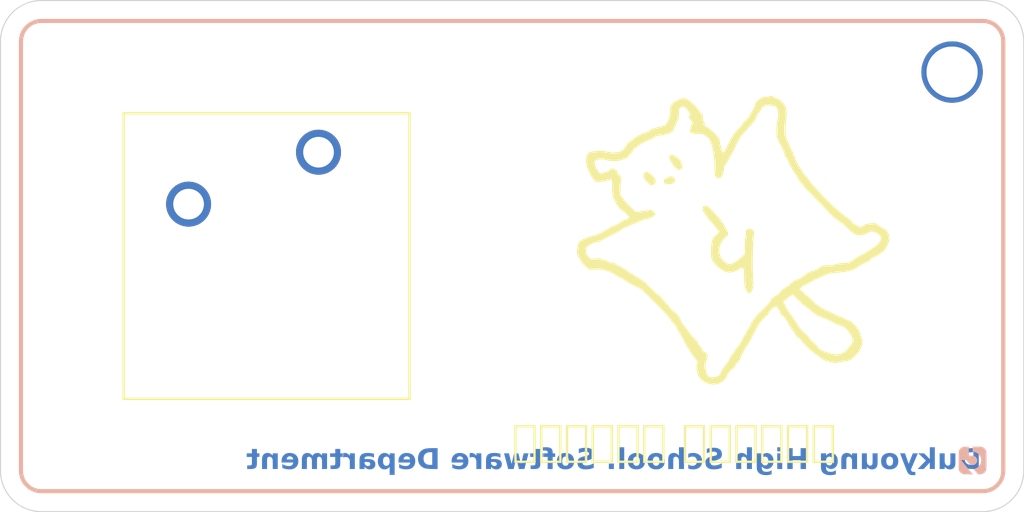
<source format=kicad_pcb>
(kicad_pcb (version 20240108) (generator "pcbnew") (generator_version "8.0")
  (layers (0 "F.Cu" signal) (31 "B.Cu" signal) (34 "B.Paste" user) (35 "F.Paste" user) (36 "B.SilkS" user "B.Silkscreen") (37 "F.SilkS" user "F.Silkscreen") (38 "B.Mask" user) (39 "F.Mask" user) (44 "Edge.Cuts" user))
  (net 0 "")
  (footprint "LOGO" (layer "F.Cu") (at 167 104)
    (property "Reference" "G***" (hide yes))
    (property "Value" "LOGO" (hide yes))
    (fp_poly (pts (xy -3.307379 -3.573539) (xy -3.227784 -3.516629) (xy -3.08281 -3.385126) (xy -3.000736 -3.2676) (xy -2.979905 -3.159383) (xy -3.018659 -3.055808) (xy -3.04979 -3.01541) (xy -3.134199 -2.963232) (xy -3.234058 -2.970146) (xy -3.336032 -3.034527) (xy -3.353974 -3.052509) (xy -3.473693 -3.184879) (xy -3.549607 -3.284397) (xy -3.587058 -3.364035) (xy -3.59139 -3.436764) (xy -3.567944 -3.515558) (xy -3.555983 -3.542996) (xy -3.499354 -3.61192) (xy -3.417306 -3.622167)) (fill solid) (layer "F.SilkS"))
    (fp_poly (pts (xy -2.161246 -3.398751) (xy -2.149659 -3.393063) (xy -2.075636 -3.324789) (xy -2.04024 -3.233717) (xy -2.045945 -3.141935) (xy -2.095225 -3.071532) (xy -2.112464 -3.06095) (xy -2.212649 -3.028569) (xy -2.335998 -3.012833) (xy -2.450916 -3.016054) (xy -2.511442 -3.031759) (xy -2.573044 -3.090112) (xy -2.587037 -3.165194) (xy -2.579446 -3.223906) (xy -2.546993 -3.268231) (xy -2.475156 -3.312536) (xy -2.403539 -3.346721) (xy -2.290908 -3.393528) (xy -2.216637 -3.409687)) (fill solid) (layer "F.SilkS"))
    (fp_poly (pts (xy -2.100486 -4.433244) (xy -2.07359 -4.422032) (xy -1.988188 -4.370594) (xy -1.893158 -4.291959) (xy -1.805222 -4.202883) (xy -1.741105 -4.120123) (xy -1.71762 -4.065344) (xy -1.709619 -3.999812) (xy -1.69549 -3.904784) (xy -1.693036 -3.889497) (xy -1.684791 -3.804725) (xy -1.704071 -3.759976) (xy -1.761789 -3.730164) (xy -1.762464 -3.729907) (xy -1.826252 -3.705856) (xy -1.866329 -3.70153) (xy -1.909878 -3.722052) (xy -1.982342 -3.771363) (xy -2.061686 -3.847201) (xy -2.151295 -3.967623) (xy -2.224199 -4.089569) (xy -2.289858 -4.216908) (xy -2.324159 -4.302054) (xy -2.331562 -4.359665) (xy -2.318775 -4.400349) (xy -2.272619 -4.453643) (xy -2.204752 -4.464175)) (fill solid) (layer "F.SilkS"))
    (fp_poly (pts (xy -0.437633 -1.937627) (xy -0.334067 -1.84736) (xy -0.251895 -1.760785) (xy -0.145731 -1.645986) (xy -0.042488 -1.53754) (xy 0.03945 -1.454677) (xy 0.055843 -1.438894) (xy 0.134064 -1.350787) (xy 0.194037 -1.258975) (xy 0.20271 -1.240411) (xy 0.238392 -1.172316) (xy 0.268875 -1.142391) (xy 0.269854 -1.142328) (xy 0.298486 -1.114832) (xy 0.343541 -1.044224) (xy 0.376454 -0.982738) (xy 0.435755 -0.870313) (xy 0.494676 -0.767463) (xy 0.517555 -0.730999) (xy 0.557066 -0.631829) (xy 0.552554 -0.53751) (xy 0.507041 -0.469522) (xy 0.478692 -0.454735) (xy 0.420941 -0.412244) (xy 0.345199 -0.326291) (xy 0.263916 -0.213323) (xy 0.189538 -0.089785) (xy 0.162626 -0.03719) (xy 0.128525 0.082167) (xy 0.121502 0.225242) (xy 0.138088 0.374567) (xy 0.174814 0.512675) (xy 0.228209 0.622099) (xy 0.294805 0.685372) (xy 0.30712 0.690261) (xy 0.36724 0.730687) (xy 0.415057 0.786763) (xy 0.48877 0.851963) (xy 0.590913 0.889514) (xy 0.694518 0.893588) (xy 0.767724 0.862953) (xy 0.836003 0.814299) (xy 0.926212 0.762277) (xy 0.93196 0.759338) (xy 1.012369 0.70722) (xy 1.115987 0.624969) (xy 1.213855 0.536519) (xy 1.386937 0.368815) (xy 1.369435 0.08828) (xy 1.365958 -0.115184) (xy 1.380818 -0.289548) (xy 1.394254 -0.356511) (xy 1.416294 -0.477725) (xy 1.422589 -0.592159) (xy 1.419493 -0.629676) (xy 1.423798 -0.743816) (xy 1.478933 -0.814105) (xy 1.58431 -0.839833) (xy 1.593678 -0.839947) (xy 1.714038 -0.814604) (xy 1.798931 -0.747077) (xy 1.836075 -0.65012) (xy 1.832396 -0.592086) (xy 1.815536 -0.50452) (xy 1.802129 -0.415472) (xy 1.791524 -0.314647) (xy 1.78307 -0.19175) (xy 1.776116 -0.036488) (xy 1.77001 0.161435) (xy 1.764102 0.412312) (xy 1.761753 0.524609) (xy 1.758449 0.750739) (xy 1.757905 0.957996) (xy 1.75995 1.135702) (xy 1.764413 1.27318) (xy 1.771122 1.359753) (xy 1.775469 1.381181) (xy 1.786489 1.487928) (xy 1.771693 1.556862) (xy 1.75726 1.688692) (xy 1.775248 1.775782) (xy 1.793055 1.864618) (xy 1.787888 1.957788) (xy 1.757864 2.082316) (xy 1.752626 2.100228) (xy 1.715133 2.213811) (xy 1.680789 2.277011) (xy 1.639053 2.305229) (xy 1.608019 2.311553) (xy 1.531192 2.303632) (xy 1.49021 2.277955) (xy 1.415237 2.148749) (xy 1.366863 1.990698) (xy 1.342115 1.79076) (xy 1.337265 1.607392) (xy 1.335951 1.450476) (xy 1.331797 1.309432) (xy 1.325527 1.203839) (xy 1.320885 1.164709) (xy 1.300554 1.098509) (xy 1.25884 1.08331) (xy 1.214635 1.091732) (xy 1.126825 1.126044) (xy 1.073464 1.16086) (xy 0.981344 1.216979) (xy 0.84938 1.266061) (xy 0.704907 1.299651) (xy 0.592138 1.309706) (xy 0.455183 1.28253) (xy 0.297727 1.209444) (xy 0.134916 1.101497) (xy -0.018104 0.96974) (xy -0.146186 0.825222) (xy -0.212913 0.722354) (xy -0.244697 0.655962) (xy -0.265192 0.587046) (xy -0.276379 0.49968) (xy -0.280237 0.377937) (xy -0.278748 0.20589) (xy -0.278549 0.194526) (xy -0.268542 -0.031687) (xy -0.244616 -0.204795) (xy -0.202113 -0.33825) (xy -0.136378 -0.445502) (xy -0.042753 -0.54) (xy -0.016881 -0.561268) (xy 0.066295 -0.635779) (xy 0.094289 -0.693182) (xy 0.069365 -0.751229) (xy 0.014628 -0.808388) (xy -0.061996 -0.897443) (xy -0.119891 -0.990634) (xy -0.183456 -1.080171) (xy -0.260512 -1.144641) (xy -0.343683 -1.214223) (xy -0.403175 -1.295831) (xy -0.453596 -1.381357) (xy -0.524766 -1.487399) (xy -0.562773 -1.539688) (xy -0.654351 -1.678406) (xy -0.694171 -1.785822) (xy -0.684369 -1.870765) (xy -0.653934 -1.916433) (xy -0.588696 -1.96873) (xy -0.519553 -1.976939)) (fill solid) (layer "F.SilkS"))
    (fp_poly (pts (xy 2.732081 -7.315355) (xy 2.807249 -7.275269) (xy 2.913607 -7.227996) (xy 2.966148 -7.207175) (xy 3.132687 -7.109701) (xy 3.277913 -6.954974) (xy 3.356052 -6.828876) (xy 3.390026 -6.722981) (xy 3.410242 -6.575748) (xy 3.415256 -6.411899) (xy 3.403621 -6.256154) (xy 3.393001 -6.197215) (xy 3.376903 -6.089987) (xy 3.364614 -5.940075) (xy 3.357847 -5.771958) (xy 3.357085 -5.683479) (xy 3.359399 -5.52019) (xy 3.367344 -5.403616) (xy 3.384767 -5.313304) (xy 3.415514 -5.228796) (xy 3.459931 -5.136509) (xy 3.512013 -5.027179) (xy 3.548612 -4.937285) (xy 3.561375 -4.888979) (xy 3.579222 -4.833248) (xy 3.624031 -4.750327) (xy 3.64537 -4.717306) (xy 3.697731 -4.623641) (xy 3.72708 -4.539108) (xy 3.729365 -4.518341) (xy 3.750689 -4.439317) (xy 3.779762 -4.401323) (xy 3.820833 -4.335421) (xy 3.830159 -4.284147) (xy 3.85058 -4.203512) (xy 3.895272 -4.12602) (xy 3.950648 -4.036273) (xy 3.98198 -3.957199) (xy 4.023303 -3.872361) (xy 4.084856 -3.800482) (xy 4.141941 -3.73687) (xy 4.166132 -3.682161) (xy 4.166137 -3.681583) (xy 4.187922 -3.631252) (xy 4.243666 -3.555143) (xy 4.288186 -3.504972) (xy 4.381676 -3.39677) (xy 4.471513 -3.277503) (xy 4.498173 -3.237509) (xy 4.570859 -3.137398) (xy 4.684497 -2.99966) (xy 4.831251 -2.832872) (xy 5.003282 -2.645612) (xy 5.192754 -2.446456) (xy 5.391829 -2.243982) (xy 5.536853 -2.100821) (xy 5.747707 -1.898712) (xy 5.926204 -1.735787) (xy 6.085105 -1.601436) (xy 6.237173 -1.485049) (xy 6.39517 -1.376015) (xy 6.45684 -1.335954) (xy 6.539287 -1.264169) (xy 6.606296 -1.177675) (xy 6.677493 -1.098195) (xy 6.778519 -1.029745) (xy 6.801836 -1.018751) (xy 6.900106 -0.976543) (xy 6.979646 -0.942229) (xy 6.995862 -0.93519) (xy 7.068054 -0.938288) (xy 7.152072 -0.992695) (xy 7.224772 -1.041061) (xy 7.316003 -1.071763) (xy 7.446874 -1.091093) (xy 7.497348 -1.095642) (xy 7.744312 -1.115867) (xy 7.945899 -0.977987) (xy 8.049497 -0.91032) (xy 8.133728 -0.861114) (xy 8.18167 -0.840188) (xy 8.183627 -0.840027) (xy 8.245909 -0.810127) (xy 8.312933 -0.732526) (xy 8.374334 -0.625002) (xy 8.419749 -0.50533) (xy 8.438316 -0.403175) (xy 8.425465 -0.267127) (xy 8.378655 -0.111598) (xy 8.30715 0.045384) (xy 8.220213 0.18579) (xy 8.127109 0.291589) (xy 8.057521 0.337929) (xy 7.968057 0.389692) (xy 7.909523 0.439842) (xy 7.849419 0.488917) (xy 7.80767 0.503968) (xy 7.749091 0.521221) (xy 7.664999 0.564369) (xy 7.57552 0.620496) (xy 7.500781 0.676685) (xy 7.460907 0.72002) (xy 7.45873 0.727904) (xy 7.429846 0.762379) (xy 7.357982 0.79915) (xy 7.332738 0.808076) (xy 7.136399 0.888202) (xy 6.947233 1.004376) (xy 6.870767 1.061604) (xy 6.761905 1.132637) (xy 6.630889 1.189569) (xy 6.467227 1.235135) (xy 6.260427 1.272073) (xy 5.999997 1.30312) (xy 5.913227 1.311386) (xy 5.707592 1.332139) (xy 5.549585 1.355125) (xy 5.419725 1.385917) (xy 5.298527 1.43009) (xy 5.166508 1.493216) (xy 5.039682 1.561289) (xy 4.941259 1.609708) (xy 4.859541 1.640146) (xy 4.831427 1.64535) (xy 4.768066 1.667526) (xy 4.693821 1.719792) (xy 4.691498 1.721891) (xy 4.615995 1.774867) (xy 4.504036 1.835711) (xy 4.402845 1.881481) (xy 4.283194 1.937422) (xy 4.180041 1.997985) (xy 4.124608 2.041853) (xy 4.052162 2.11823) (xy 4.218343 2.268574) (xy 4.318565 2.355903) (xy 4.411747 2.431514) (xy 4.468518 2.472771) (xy 4.541307 2.532718) (xy 4.624478 2.619407) (xy 4.653307 2.654088) (xy 4.745447 2.747853) (xy 4.880188 2.857165) (xy 5.039089 2.969482) (xy 5.203707 3.072262) (xy 5.355602 3.152961) (xy 5.436765 3.186926) (xy 5.549358 3.232818) (xy 5.64841 3.283066) (xy 5.677118 3.301203) (xy 5.755217 3.34387) (xy 5.815796 3.359788) (xy 5.884027 3.383874) (xy 5.911048 3.407559) (xy 5.968637 3.444132) (xy 6.060078 3.473335) (xy 6.080159 3.477202) (xy 6.180919 3.508127) (xy 6.259953 3.555622) (xy 6.26822 3.563823) (xy 6.336675 3.613765) (xy 6.390473 3.628571) (xy 6.465116 3.643684) (xy 6.551209 3.678773) (xy 6.61646 3.728869) (xy 6.700621 3.81531) (xy 6.791568 3.922619) (xy 6.877177 4.035314) (xy 6.945325 4.137916) (xy 6.983888 4.214946) (xy 6.98836 4.236919) (xy 7.001712 4.300077) (xy 7.035453 4.394524) (xy 7.054817 4.439651) (xy 7.114222 4.634765) (xy 7.112604 4.818004) (xy 7.050199 4.981196) (xy 7.038756 4.998867) (xy 6.98715 5.084782) (xy 6.95753 5.153403) (xy 6.954762 5.169408) (xy 6.931882 5.213866) (xy 6.871378 5.288606) (xy 6.785451 5.378829) (xy 6.768612 5.395201) (xy 6.650609 5.49991) (xy 6.547176 5.566838) (xy 6.432048 5.611569) (xy 6.379522 5.626052) (xy 6.245861 5.65474) (xy 6.116322 5.673622) (xy 6.046888 5.678042) (xy 5.957901 5.686591) (xy 5.900796 5.707764) (xy 5.894963 5.714011) (xy 5.846932 5.733264) (xy 5.752283 5.730086) (xy 5.626083 5.708696) (xy 5.483401 5.673313) (xy 5.339303 5.628154) (xy 5.208857 5.577439) (xy 5.10713 5.525386) (xy 5.050032 5.477443) (xy 4.997276 5.426033) (xy 4.909072 5.361285) (xy 4.848103 5.323061) (xy 4.777771 5.273057) (xy 4.680365 5.192298) (xy 4.566709 5.09115) (xy 4.447628 4.979984) (xy 4.333947 4.869167) (xy 4.236491 4.769067) (xy 4.166083 4.690054) (xy 4.133549 4.642495) (xy 4.132539 4.637657) (xy 4.108103 4.595492) (xy 4.051129 4.539071) (xy 3.986122 4.489659) (xy 3.937637 4.468518) (xy 3.900173 4.440459) (xy 3.858059 4.371227) (xy 3.850353 4.353871) (xy 3.800323 4.257642) (xy 3.744074 4.180062) (xy 3.740709 4.176553) (xy 3.683206 4.108661) (xy 3.617043 4.017304) (xy 3.554994 3.92201) (xy 3.509832 3.842308) (xy 3.49418 3.799681) (xy 3.472821 3.751127) (xy 3.449513 3.723095) (xy 3.403461 3.661491) (xy 3.356812 3.578211) (xy 3.293831 3.492413) (xy 3.216691 3.433856) (xy 3.151328 3.389348) (xy 3.124603 3.345388) (xy 3.108368 3.291153) (xy 3.067946 3.204136) (xy 3.015764 3.107242) (xy 2.964246 3.023378) (xy 2.925819 2.975452) (xy 2.922733 2.973238) (xy 2.87132 2.976852) (xy 2.792773 3.019504) (xy 2.702701 3.088383) (xy 2.616717 3.170678) (xy 2.550429 3.25358) (xy 2.526593 3.298313) (xy 2.488924 3.378524) (xy 2.455853 3.423483) (xy 2.447981 3.426984) (xy 2.40888 3.450927) (xy 2.340591 3.51361) (xy 2.25592 3.601313) (xy 2.167672 3.700317) (xy 2.08865 3.796903) (xy 2.040323 3.863756) (xy 1.97639 3.973302) (xy 1.921883 4.08626) (xy 1.916726 4.098942) (xy 1.875079 4.191224) (xy 1.834476 4.261391) (xy 1.830296 4.266931) (xy 1.79509 4.324055) (xy 1.745797 4.419312) (xy 1.706796 4.502116) (xy 1.641243 4.632656) (xy 1.557292 4.780543) (xy 1.492065 4.884624) (xy 1.422709 4.990102) (xy 1.366573 5.077434) (xy 1.335685 5.127902) (xy 1.335516 5.128209) (xy 1.29742 5.197217) (xy 1.277648 5.23287) (xy 1.194108 5.399515) (xy 1.139005 5.54397) (xy 1.128603 5.583409) (xy 1.090387 5.658342) (xy 1.040107 5.695294) (xy 0.984808 5.738871) (xy 0.931397 5.820845) (xy 0.918944 5.848724) (xy 0.878114 5.930133) (xy 0.838897 5.976416) (xy 0.827899 5.98044) (xy 0.787973 6.004549) (xy 0.722613 6.065711) (xy 0.646682 6.147207) (xy 0.575043 6.232319) (xy 0.522559 6.304327) (xy 0.503968 6.344821) (xy 0.48422 6.403336) (xy 0.435342 6.484015) (xy 0.372884 6.566259) (xy 0.312398 6.62947) (xy 0.271214 6.653128) (xy 0.208471 6.673325) (xy 0.134391 6.719577) (xy 0.026028 6.767182) (xy -0.127369 6.782907) (xy -0.311471 6.766359) (xy -0.450011 6.735618) (xy -0.597243 6.672313) (xy -0.734358 6.573346) (xy -0.845111 6.454157) (xy -0.913254 6.33019) (xy -0.924685 6.284461) (xy -0.948931 6.163452) (xy -0.979189 6.051387) (xy -0.998387 5.936392) (xy -0.974914 5.814231) (xy -0.97323 5.809075) (xy -0.950416 5.726106) (xy -0.955444 5.666672) (xy -0.994853 5.600875) (xy -1.028177 5.557909) (xy -1.094797 5.471327) (xy -1.146975 5.398959) (xy -1.159127 5.380381) (xy -1.200006 5.319297) (xy -1.260772 5.23419) (xy -1.280216 5.207804) (xy -1.397892 5.030215) (xy -1.534275 4.788898) (xy -1.671366 4.520625) (xy -1.735743 4.395999) (xy -1.797918 4.285825) (xy -1.845337 4.212251) (xy -1.848617 4.207971) (xy -1.901496 4.128804) (xy -1.961446 4.022518) (xy -1.983458 3.978906) (xy -2.038106 3.883994) (xy -2.093924 3.814269) (xy -2.116298 3.796758) (xy -2.166632 3.750438) (xy -2.230372 3.666643) (xy -2.269727 3.60414) (xy -2.326975 3.52282) (xy -2.421222 3.407951) (xy -2.541099 3.272626) (xy -2.675235 3.12994) (xy -2.729871 3.074206) (xy -2.888894 2.914081) (xy -3.06142 2.740384) (xy -3.228149 2.572547) (xy -3.369774 2.430004) (xy -3.387917 2.411747) (xy -3.50991 2.294165) (xy -3.62491 2.192529) (xy -3.719726 2.117938) (xy -3.779762 2.08199) (xy -3.883051 2.038749) (xy -3.96455 1.998115) (xy -4.043724 1.956422) (xy -4.152743 1.902077) (xy -4.216535 1.871334) (xy -4.320592 1.815451) (xy -4.403972 1.759304) (xy -4.434024 1.73164) (xy -4.487451 1.688308) (xy -4.582852 1.62916) (xy -4.70095 1.566007) (xy -4.718173 1.55753) (xy -4.841244 1.494276) (xy -4.947833 1.433545) (xy -5.016869 1.387421) (xy -5.02145 1.383597) (xy -5.084697 1.345289) (xy -5.19203 1.296353) (xy -5.323261 1.245754) (xy -5.362195 1.232289) (xy -5.512798 1.185397) (xy -5.635459 1.159642) (xy -5.76118 1.150821) (xy -5.920964 1.15473) (xy -5.930812 1.155204) (xy -6.227314 1.169693) (xy -6.406249 1.015211) (xy -6.495033 0.934261) (xy -6.559063 0.867677) (xy -6.585117 0.829271) (xy -6.585185 0.828311) (xy -6.604054 0.783339) (xy -6.651233 0.710167) (xy -6.6709 0.683515) (xy -6.772093 0.530808) (xy -6.823364 0.394639) (xy -6.830566 0.254071) (xy -6.827963 0.236679) (xy -6.378638 0.236679) (xy -6.375796 0.347561) (xy -6.352898 0.423145) (xy -6.297774 0.494866) (xy -6.266107 0.527385) (xy -6.200286 0.589996) (xy -6.146538 0.622806) (xy -6.08124 0.632478) (xy -5.98077 0.625672) (xy -5.934775 0.620829) (xy -5.791868 0.611995) (xy -5.712483 0.622982) (xy -5.696987 0.634888) (xy -5.649772 0.661832) (xy -5.577044 0.671957) (xy -5.490794 0.687774) (xy -5.380118 0.728021) (xy -5.322039 0.755952) (xy -5.21379 0.804669) (xy -5.11444 0.83498) (xy -5.074996 0.839947) (xy -4.996253 0.850652) (xy -4.954008 0.870514) (xy -4.910345 0.899637) (xy -4.82364 0.949069) (xy -4.710989 1.009142) (xy -4.686497 1.021765) (xy -4.560678 1.09035) (xy -4.448272 1.158828) (xy -4.371661 1.213477) (xy -4.36646 1.217983) (xy -4.278589 1.284431) (xy -4.172823 1.349199) (xy -4.156881 1.357605) (xy -4.079365 1.402642) (xy -4.035458 1.438502) (xy -4.031746 1.446357) (xy -4.00322 1.471567) (xy -3.942668 1.493379) (xy -3.86539 1.52753) (xy -3.766977 1.589873) (xy -3.712422 1.631413) (xy -3.629173 1.695832) (xy -3.566012 1.737827) (xy -3.544084 1.74709) (xy -3.511627 1.769905) (xy -3.442699 1.832182) (xy -3.347107 1.924663) (xy -3.234663 2.038093) (xy -3.223608 2.049471) (xy -3.109915 2.164485) (xy -3.011954 2.25948) (xy -2.9396 2.325168) (xy -2.902725 2.352262) (xy -2.901461 2.352491) (xy -2.865152 2.37747) (xy -2.793187 2.446579) (xy -2.692706 2.552143) (xy -2.57085 2.686489) (xy -2.43476 2.841944) (xy -2.316186 2.981415) (xy -2.218098 3.090286) (xy -2.120418 3.185451) (xy -2.042098 3.248644) (xy -2.03295 3.254379) (xy -1.964759 3.312932) (xy -1.887763 3.405065) (xy -1.816298 3.509936) (xy -1.764698 3.606705) (xy -1.74709 3.669972) (xy -1.727527 3.708612) (xy -1.674658 3.78718) (xy -1.597212 3.89318) (xy -1.528704 3.982585) (xy -1.438955 4.098983) (xy -1.367095 4.194962) (xy -1.321746 4.258831) (xy -1.310318 4.278707) (xy -1.288189 4.308305) (xy -1.229181 4.373009) (xy -1.144363 4.460849) (xy -1.10873 4.496741) (xy -1.016104 4.596524) (xy -0.94592 4.685759) (xy -0.909688 4.749305) (xy -0.907143 4.761926) (xy -0.884083 4.824388) (xy -0.826695 4.901286) (xy -0.806349 4.92209) (xy -0.742452 4.997141) (xy -0.707679 5.064894) (xy -0.705556 5.079302) (xy -0.674715 5.136426) (xy -0.5909 5.193564) (xy -0.579564 5.199056) (xy -0.493634 5.249862) (xy -0.453728 5.310198) (xy -0.442866 5.369688) (xy -0.453739 5.484494) (xy -0.488133 5.566636) (xy -0.531711 5.67942) (xy -0.550269 5.831511) (xy -0.543394 5.999688) (xy -0.510672 6.160729) (xy -0.499318 6.19467) (xy -0.462155 6.295519) (xy -0.43602 6.351778) (xy -0.407398 6.38141) (xy -0.362776 6.402381) (xy -0.334749 6.413429) (xy -0.211897 6.432488) (xy -0.070088 6.41072) (xy 0.060568 6.353211) (xy 0.073608 6.344472) (xy 0.144614 6.276936) (xy 0.186162 6.206336) (xy 0.22949 6.10976) (xy 0.306522 5.98336) (xy 0.404811 5.846149) (xy 0.491047 5.740615) (xy 0.561265 5.643721) (xy 0.611108 5.545237) (xy 0.620673 5.514096) (xy 0.659552 5.426337) (xy 0.729604 5.331197) (xy 0.758563 5.301339) (xy 0.827268 5.226601) (xy 0.86837 5.162708) (xy 0.873545 5.143082) (xy 0.895527 5.089962) (xy 0.9508 5.01532) (xy 0.978274 4.985225) (xy 1.055691 4.899334) (xy 1.118645 4.811532) (xy 1.180674 4.700647) (xy 1.24424 4.569312) (xy 1.299132 4.464567) (xy 1.35546 4.376249) (xy 1.375638 4.350926) (xy 1.427207 4.272837) (xy 1.472118 4.171726) (xy 1.475793 4.160709) (xy 1.512766 4.076296) (xy 1.554075 4.02413) (xy 1.562046 4.019694) (xy 1.599241 3.978633) (xy 1.637595 3.896497) (xy 1.650418 3.857133) (xy 1.705024 3.737961) (xy 1.806488 3.58698) (xy 1.94778 3.412525) (xy 2.12187 3.222929) (xy 2.321727 3.026525) (xy 2.448153 2.911473) (xy 2.546184 2.807519) (xy 2.590208 2.738227) (xy 3.257694 2.738227) (xy 3.371001 2.965993) (xy 3.435776 3.08856) (xy 3.499166 3.195892) (xy 3.54804 3.265835) (xy 3.550237 3.268374) (xy 3.621233 3.356438) (xy 3.671665 3.426984) (xy 3.725538 3.506975) (xy 3.794914 3.608096) (xy 3.820778 3.64537) (xy 3.895047 3.759248) (xy 3.965234 3.878097) (xy 3.981468 3.908167) (xy 4.036425 3.988001) (xy 4.127064 4.093596) (xy 4.237756 4.20733) (xy 4.292129 4.258463) (xy 4.396099 4.356623) (xy 4.478002 4.440514) (xy 4.526942 4.498608) (xy 4.535955 4.516433) (xy 4.560368 4.553686) (xy 4.624734 4.619399) (xy 4.716118 4.700585) (xy 4.734942 4.716254) (xy 4.834036 4.805924) (xy 4.911405 4.890847) (xy 4.951991 4.954261) (xy 4.953727 4.959838) (xy 4.98284 5.020837) (xy 5.012479 5.039682) (xy 5.066395 5.060416) (xy 5.108031 5.091122) (xy 5.182607 5.139577) (xy 5.228269 5.156339) (xy 5.306452 5.176735) (xy 5.39246 5.202758) (xy 5.488774 5.233957) (xy 5.607305 5.272364) (xy 5.644444 5.2844) (xy 5.825294 5.318031) (xy 6.00044 5.294747) (xy 6.18201 5.215077) (xy 6.274956 5.156476) (xy 6.343476 5.10218) (xy 6.362644 5.080098) (xy 6.401903 5.026014) (xy 6.467056 4.946737) (xy 6.499832 4.909089) (xy 6.569049 4.823791) (xy 6.618884 4.749169) (xy 6.629949 4.726232) (xy 6.642819 4.60075) (xy 6.605041 4.456569) (xy 6.522327 4.31158) (xy 6.481499 4.261336) (xy 6.411418 4.17947) (xy 6.363972 4.118069) (xy 6.350953 4.095007) (xy 6.322902 4.060535) (xy 6.254992 4.010828) (xy 6.168465 3.958606) (xy 6.084566 3.916594) (xy 6.024537 3.897512) (xy 6.020917 3.897354) (xy 5.969831 3.882773) (xy 5.871681 3.842718) (xy 5.739018 3.782722) (xy 5.584393 3.708318) (xy 5.525954 3.679163) (xy 5.360549 3.598397) (xy 5.206672 3.527862) (xy 5.078877 3.47391) (xy 4.991717 3.442894) (xy 4.975763 3.439029) (xy 4.868483 3.395671) (xy 4.751036 3.311164) (xy 4.722453 3.284816) (xy 4.626868 3.200189) (xy 4.500348 3.09884) (xy 4.368153 3.000894) (xy 4.350926 2.988803) (xy 4.207762 2.876812) (xy 4.05743 2.739838) (xy 3.932199 2.607304) (xy 3.930952 2.605827) (xy 3.844048 2.506234) (xy 3.772018 2.43014) (xy 3.726503 2.389598) (xy 3.718706 2.386021) (xy 3.691699 2.396549) (xy 3.638461 2.432315) (xy 3.551991 2.49858) (xy 3.425287 2.600605) (xy 3.339359 2.671032) (xy 3.257694 2.738227) (xy 2.590208 2.738227) (xy 2.612552 2.703058) (xy 2.625855 2.667652) (xy 2.677899 2.565742) (xy 2.765071 2.508029) (xy 2.825437 2.476149) (xy 2.901401 2.422268) (xy 3.000927 2.339806) (xy 3.131982 2.222183) (xy 3.292592 2.072208) (xy 3.358162 2.023102) (xy 3.443783 1.972709) (xy 3.529856 1.915665) (xy 3.626238 1.834074) (xy 3.658856 1.801906) (xy 3.749475 1.72528) (xy 3.844037 1.671406) (xy 3.877242 1.660575) (xy 4.007715 1.614143) (xy 4.156433 1.533569) (xy 4.296348 1.434346) (xy 4.34259 1.394031) (xy 4.426034 1.33619) (xy 4.54444 1.277655) (xy 4.635569 1.243421) (xy 4.795577 1.188484) (xy 4.907683 1.139075) (xy 4.989625 1.086331) (xy 5.039804 1.041413) (xy 5.124484 0.992282) (xy 5.252135 0.958513) (xy 5.399479 0.944239) (xy 5.53865 0.952843) (xy 5.668251 0.952551) (xy 5.737459 0.922249) (xy 5.806368 0.895382) (xy 5.923238 0.87047) (xy 6.068834 0.850113) (xy 6.223924 0.836907) (xy 6.369276 0.83345) (xy 6.390903 0.833994) (xy 6.46505 0.825829) (xy 6.501724 0.805486) (xy 6.543741 0.766157) (xy 6.628978 0.704016) (xy 6.741912 0.628883) (xy 6.867023 0.550578) (xy 6.98879 0.47892) (xy 7.09169 0.42373) (xy 7.13955 0.401952) (xy 7.234293 0.354218) (xy 7.355279 0.279634) (xy 7.476867 0.194046) (xy 7.480768 0.191084) (xy 7.582564 0.116152) (xy 7.664656 0.060475) (xy 7.711979 0.034157) (xy 7.715953 0.033306) (xy 7.774225 0.006219) (xy 7.848425 -0.061778) (xy 7.923096 -0.152176) (xy 7.982782 -0.246469) (xy 8.011034 -0.320012) (xy 8.019611 -0.408136) (xy 7.999485 -0.475139) (xy 7.940319 -0.536528) (xy 7.831776 -0.607814) (xy 7.811074 -0.620039) (xy 7.65885 -0.686957) (xy 7.526296 -0.700944) (xy 7.42238 -0.661507) (xy 7.401242 -0.642529) (xy 7.342707 -0.593252) (xy 7.268324 -0.560328) (xy 7.160017 -0.537946) (xy 7.029481 -0.52303) (xy 6.903831 -0.517822) (xy 6.800172 -0.533979) (xy 6.703026 -0.579021) (xy 6.596916 -0.660468) (xy 6.466365 -0.785839) (xy 6.446119 -0.806441) (xy 6.318663 -0.932389) (xy 6.202198 -1.035419) (xy 6.076604 -1.131536) (xy 5.921759 -1.236745) (xy 5.833728 -1.293519) (xy 5.769382 -1.344427) (xy 5.673242 -1.432542) (xy 5.558589 -1.545236) (xy 5.445053 -1.663095) (xy 5.3014 -1.814486) (xy 5.14142 -1.980089) (xy 4.988353 -2.135974) (xy 4.902363 -2.22195) (xy 4.791769 -2.334346) (xy 4.696919 -2.436292) (xy 4.629775 -2.514612) (xy 4.605003 -2.549529) (xy 4.558837 -2.604889) (xy 4.522754 -2.620635) (xy 4.481447 -2.645453) (xy 4.414473 -2.710731) (xy 4.335847 -2.802703) (xy 4.330748 -2.809174) (xy 4.236136 -2.929026) (xy 4.139506 -3.050128) (xy 4.073743 -3.131533) (xy 4.010937 -3.216941) (xy 3.97146 -3.286851) (xy 3.96455 -3.311401) (xy 3.943819 -3.36363) (xy 3.891849 -3.439387) (xy 3.868278 -3.467813) (xy 3.792162 -3.569061) (xy 3.717306 -3.689919) (xy 3.696374 -3.729365) (xy 3.643546 -3.828459) (xy 3.595707 -3.907577) (xy 3.578772 -3.930953) (xy 3.540083 -4.000443) (xy 3.513309 -4.079886) (xy 3.474808 -4.174059) (xy 3.413057 -4.269513) (xy 3.408003 -4.275651) (xy 3.353798 -4.355313) (xy 3.32685 -4.424788) (xy 3.32619 -4.433228) (xy 3.309389 -4.51219) (xy 3.263557 -4.632411) (xy 3.195554 -4.778344) (xy 3.112241 -4.934438) (xy 3.082489 -4.985642) (xy 3.019521 -5.102725) (xy 2.968167 -5.217601) (xy 2.948417 -5.274868) (xy 2.92795 -5.396193) (xy 2.917847 -5.556873) (xy 2.917587 -5.735629) (xy 2.92665 -5.911183) (xy 2.944514 -6.062255) (xy 2.970243 -6.166518) (xy 3.007973 -6.349731) (xy 2.990319 -6.557464) (xy 2.952496 -6.690843) (xy 2.926517 -6.754639) (xy 2.893664 -6.794605) (xy 2.837019 -6.820464) (xy 2.739663 -6.841939) (xy 2.667663 -6.854545) (xy 2.537683 -6.8746) (xy 2.452247 -6.879473) (xy 2.390177 -6.867971) (xy 2.330293 -6.838907) (xy 2.324037 -6.835241) (xy 2.239294 -6.763258) (xy 2.167348 -6.667128) (xy 2.160702 -6.65474) (xy 2.099916 -6.554571) (xy 2.031863 -6.468509) (xy 2.024272 -6.460798) (xy 1.970408 -6.390833) (xy 1.948677 -6.329347) (xy 1.929604 -6.266312) (xy 1.881065 -6.171996) (xy 1.816081 -6.067177) (xy 1.747673 -5.972633) (xy 1.688861 -5.909143) (xy 1.682021 -5.903833) (xy 1.633866 -5.858504) (xy 1.55937 -5.776858) (xy 1.473598 -5.675499) (xy 1.462661 -5.662055) (xy 1.373309 -5.556019) (xy 1.289999 -5.464492) (xy 1.229566 -5.405894) (xy 1.225755 -5.40281) (xy 1.160908 -5.329793) (xy 1.108289 -5.235375) (xy 1.107744 -5.234009) (xy 1.066931 -5.143674) (xy 1.027763 -5.075645) (xy 1.026017 -5.073281) (xy 0.993422 -5.015853) (xy 0.948298 -4.919193) (xy 0.911696 -4.831988) (xy 0.870069 -4.741836) (xy 0.803506 -4.613096) (xy 0.720535 -4.460742) (xy 0.629683 -4.299747) (xy 0.539477 -4.145086) (xy 0.458443 -4.011733) (xy 0.39511 -3.914662) (xy 0.370598 -3.881786) (xy 0.351549 -3.819917) (xy 0.355459 -3.778014) (xy 0.354154 -3.711294) (xy 0.333209 -3.6084) (xy 0.30907 -3.527778) (xy 0.242979 -3.3813) (xy 0.167363 -3.30089) (xy 0.082514 -3.286751) (xy 0.01216 -3.320359) (xy -0.039882 -3.36574) (xy -0.074916 -3.421538) (xy -0.095918 -3.500888) (xy -0.105861 -3.616924) (xy -0.107722 -3.782784) (xy -0.107116 -3.846958) (xy -0.112405 -4.075861) (xy -0.13187 -4.317602) (xy -0.162943 -4.55436) (xy -0.20306 -4.768313) (xy -0.249656 -4.941638) (xy -0.273966 -5.006085) (xy -0.337338 -5.147875) (xy -0.385542 -5.240837) (xy -0.428242 -5.298584) (xy -0.475098 -5.334729) (xy -0.523668 -5.357909) (xy -0.60286 -5.398498) (xy -0.651383 -5.437002) (xy -0.65304 -5.439429) (xy -0.69744 -5.458628) (xy -0.793932 -5.471642) (xy -0.927544 -5.476455) (xy -0.928134 -5.476455) (xy -1.060239 -5.480955) (xy -1.172331 -5.492808) (xy -1.241869 -5.509542) (xy -1.245331 -5.511235) (xy -1.29752 -5.574315) (xy -1.307341 -5.676001) (xy -1.274879 -5.802811) (xy -1.243122 -5.870855) (xy -1.193699 -5.972304) (xy -1.182621 -6.038316) (xy -1.212541 -6.090386) (xy -1.27672 -6.1431) (xy -1.348333 -6.217559) (xy -1.377364 -6.294228) (xy -1.358408 -6.35512) (xy -1.343916 -6.366799) (xy -1.310857 -6.421381) (xy -1.3345 -6.506353) (xy -1.41351 -6.618235) (xy -1.460081 -6.669498) (xy -1.549586 -6.756689) (xy -1.613116 -6.79971) (xy -1.665867 -6.807499) (xy -1.686867 -6.802896) (xy -1.768066 -6.763023) (xy -1.818001 -6.693617) (xy -1.842557 -6.581848) (xy -1.847884 -6.451848) (xy -1.855271 -6.312768) (xy -1.875239 -6.206194) (xy -1.893353 -6.164288) (xy -1.927873 -6.1009) (xy -1.975996 -5.996347) (xy -2.027751 -5.872387) (xy -2.031533 -5.862831) (xy -2.08087 -5.743109) (xy -2.124906 -5.645736) (xy -2.154927 -5.589852) (xy -2.157114 -5.586917) (xy -2.221555 -5.541069) (xy -2.332911 -5.492952) (xy -2.471445 -5.44882) (xy -2.617419 -5.414929) (xy -2.751097 -5.397534) (xy -2.755458 -5.397294) (xy -2.889577 -5.382143) (xy -2.985916 -5.347282) (xy -3.056698 -5.29742) (xy -3.130815 -5.241112) (xy -3.18589 -5.209897) (xy -3.195681 -5.207672) (xy -3.256631 -5.191838) (xy -3.358221 -5.150081) (xy -3.483452 -5.091021) (xy -3.615324 -5.023274) (xy -3.736839 -4.95546) (xy -3.830998 -4.896197) (xy -3.870153 -4.865718) (xy -3.940274 -4.806276) (xy -3.991804 -4.773278) (xy -4.000839 -4.7709) (xy -4.033878 -4.743938) (xy -4.077844 -4.677491) (xy -4.086283 -4.661707) (xy -4.141686 -4.57508) (xy -4.200498 -4.511756) (xy -4.204739 -4.508611) (xy -4.254452 -4.457587) (xy -4.267161 -4.424616) (xy -4.2942 -4.379898) (xy -4.359827 -4.323309) (xy -4.44138 -4.270616) (xy -4.516198 -4.237584) (xy -4.54209 -4.233334) (xy -4.605956 -4.220896) (xy -4.69737 -4.19013) (xy -4.718737 -4.181509) (xy -4.82207 -4.156724) (xy -4.963948 -4.145501) (xy -5.120312 -4.14723) (xy -5.267101 -4.161296) (xy -5.380254 -4.187089) (xy -5.407982 -4.199052) (xy -5.48937 -4.220879) (xy -5.612095 -4.22972) (xy -5.751431 -4.224868) (xy -5.852243 -4.211764) (xy -5.934893 -4.170138) (xy -5.96687 -4.084977) (xy -5.948112 -3.956947) (xy -5.889741 -3.809671) (xy -5.802452 -3.658398) (xy -5.714814 -3.56661) (xy -5.630139 -3.536648) (xy -5.551742 -3.570853) (xy -5.551701 -3.57089) (xy -5.471141 -3.613637) (xy -5.387093 -3.628572) (xy -5.296151 -3.649464) (xy -5.239559 -3.715763) (xy -5.196548 -3.77481) (xy -5.138534 -3.790943) (xy -5.079693 -3.784585) (xy -4.951613 -3.745285) (xy -4.883284 -3.679347) (xy -4.871693 -3.626574) (xy -4.848769 -3.568045) (xy -4.790778 -3.490224) (xy -4.756463 -3.454299) (xy -4.691478 -3.388222) (xy -4.660709 -3.335885) (xy -4.657064 -3.271382) (xy -4.673452 -3.168806) (xy -4.675412 -3.158201) (xy -4.693633 -3.042461) (xy -4.703421 -2.945345) (xy -4.703764 -2.906217) (xy -4.696415 -2.800391) (xy -4.698537 -2.727563) (xy -4.71163 -2.654009) (xy -4.71577 -2.635927) (xy -4.724595 -2.592355) (xy -4.724085 -2.553619) (xy -4.708444 -2.508903) (xy -4.671872 -2.447392) (xy -4.608574 -2.358269) (xy -4.512752 -2.230718) (xy -4.464521 -2.167177) (xy -4.398456 -2.090695) (xy -4.29967 -1.988589) (xy -4.186198 -1.879273) (xy -4.149395 -1.845472) (xy -4.038407 -1.747361) (xy -3.961413 -1.688334) (xy -3.904281 -1.660583) (xy -3.852877 -1.656299) (xy -3.817414 -1.66206) (xy -3.725855 -1.679426) (xy -3.600245 -1.700576) (xy -3.507499 -1.714955) (xy -3.389658 -1.734378) (xy -3.294142 -1.753532) (xy -3.250301 -1.765428) (xy -3.185791 -1.758655) (xy -3.111776 -1.709968) (xy -3.047092 -1.638381) (xy -3.010575 -1.562904) (xy -3.01018 -1.523067) (xy -3.053035 -1.467651) (xy -3.140039 -1.408011) (xy -3.249845 -1.354938) (xy -3.361107 -1.319225) (xy -3.431005 -1.310318) (xy -3.519035 -1.292942) (xy -3.653599 -1.243461) (xy -3.824538 -1.165839) (xy -3.908477 -1.123885) (xy -3.98857 -1.089319) (xy -4.046264 -1.075132) (xy -4.098486 -1.060229) (xy -4.185717 -1.022069) (xy -4.246906 -0.991138) (xy -4.344343 -0.943487) (xy -4.421603 -0.91305) (xy -4.448878 -0.907143) (xy -4.500099 -0.887512) (xy -4.578103 -0.837976) (xy -4.614321 -0.810632) (xy -4.688234 -0.760997) (xy -4.80822 -0.690652) (xy -4.959669 -0.607749) (xy -5.127972 -0.520441) (xy -5.189087 -0.48989) (xy -5.348887 -0.409436) (xy -5.486702 -0.337379) (xy -5.591456 -0.279719) (xy -5.652071 -0.242458) (xy -5.662209 -0.233624) (xy -5.707734 -0.208769) (xy -5.76334 -0.201587) (xy -5.868135 -0.184) (xy -6.005791 -0.137012) (xy -6.153792 -0.069285) (xy -6.253163 -0.013139) (xy -6.325423 0.037463) (xy -6.36208 0.088974) (xy -6.375941 0.166893) (xy -6.378638 0.236679) (xy -6.827963 0.236679) (xy -6.816752 0.161764) (xy -6.793837 0.044562) (xy -6.775562 -0.056771) (xy -6.769446 -0.095361) (xy -6.763258 -0.140037) (xy -6.751986 -0.17107) (xy -6.723279 -0.200239) (xy -6.664784 -0.239325) (xy -6.564147 -0.300108) (xy -6.538702 -0.315407) (xy -6.410192 -0.381983) (xy -6.276825 -0.434244) (xy -6.186968 -0.457104) (xy -6.015301 -0.499024) (xy -5.813267 -0.573504) (xy -5.602666 -0.670746) (xy -5.405298 -0.780956) (xy -5.28305 -0.863264) (xy -5.182714 -0.92249) (xy -5.057346 -0.977063) (xy -5.005868 -0.994315) (xy -4.91132 -1.028354) (xy -4.850474 -1.061706) (xy -4.838095 -1.078182) (xy -4.809788 -1.111646) (xy -4.741269 -1.145954) (xy -4.737302 -1.147363) (xy -4.667499 -1.180192) (xy -4.636593 -1.211537) (xy -4.636508 -1.212811) (xy -4.610609 -1.241999) (xy -4.601067 -1.243122) (xy -4.551635 -1.256181) (xy -4.466037 -1.289365) (xy -4.415459 -1.311531) (xy -4.265293 -1.379939) (xy -4.408903 -1.546699) (xy -4.491057 -1.632726) (xy -4.563985 -1.692952) (xy -4.608452 -1.713476) (xy -4.65896 -1.739395) (xy -4.73001 -1.805601) (xy -4.807511 -1.894798) (xy -4.877371 -1.989688) (xy -4.925499 -2.072976) (xy -4.938889 -2.119073) (xy -4.955641 -2.181731) (xy -4.972996 -2.200976) (xy -5.037193 -2.278684) (xy -5.082102 -2.420173) (xy -5.107584 -2.624813) (xy -5.113871 -2.847233) (xy -5.115472 -2.99942) (xy -5.120716 -3.125144) (xy -5.128755 -3.210259) (xy -5.137455 -3.240329) (xy -5.179951 -3.238877) (xy -5.266853 -3.220128) (xy -5.37273 -3.19012) (xy -5.51859 -3.154047) (xy -5.672237 -3.130251) (xy -5.763321 -3.124603) (xy -5.872787 -3.12872) (xy -5.940983 -3.148231) (xy -5.993674 -3.193879) (xy -6.025214 -3.233796) (xy -6.077936 -3.314615) (xy -6.146912 -3.434497) (xy -6.219807 -3.571698) (xy -6.242902 -3.617636) (xy -6.347169 -3.877646) (xy -6.391588 -4.114084) (xy -6.375934 -4.324803) (xy -6.330204 -4.453647) (xy -6.296763 -4.517238) (xy -6.261996 -4.558039) (xy -6.209697 -4.584006) (xy -6.123658 -4.603091) (xy -5.987675 -4.623249) (xy -5.983459 -4.623841) (xy -5.747589 -4.644521) (xy -5.522432 -4.634806) (xy -5.277726 -4.592851) (xy -5.207672 -4.576557) (xy -5.102585 -4.563315) (xy -5.009489 -4.570388) (xy -5.006085 -4.571284) (xy -4.90867 -4.583164) (xy -4.844635 -4.577817) (xy -4.750953 -4.589699) (xy -4.693444 -4.627392) (xy -4.621956 -4.68234) (xy -4.56817 -4.711657) (xy -4.52424 -4.750173) (xy -4.468398 -4.828968) (xy -4.435728 -4.886923) (xy -4.37619 -4.98435) (xy -4.314349 -5.057845) (xy -4.28568 -5.079582) (xy -4.2158 -5.125636) (xy -4.131766 -5.194071) (xy -4.115741 -5.208635) (xy -4.023909 -5.280549) (xy -3.901582 -5.358746) (xy -3.766915 -5.433598) (xy -3.638064 -5.495478) (xy -3.533187 -5.534758) (xy -3.483961 -5.543651) (xy -3.401098 -5.565335) (xy -3.322932 -5.613812) (xy -3.234686 -5.677745) (xy -3.124321 -5.730674) (xy -2.97717 -5.778263) (xy -2.778568 -5.826178) (xy -2.76621 -5.82886) (xy -2.632767 -5.859165) (xy -2.548219 -5.885994) (xy -2.495606 -5.919222) (xy -2.457967 -5.968724) (xy -2.42756 -6.026045) (xy -2.33839 -6.238859) (xy -2.284934 -6.445685) (xy -2.272003 -6.626814) (xy -2.274239 -6.654168) (xy -2.277647 -6.761048) (xy -2.251932 -6.843707) (xy -2.195262 -6.927607) (xy -2.09948 -7.019555) (xy -1.966532 -7.107087) (xy -1.820509 -7.177546) (xy -1.685502 -7.218273) (xy -1.632027 -7.223545) (xy -1.538943 -7.207985) (xy -1.437922 -7.170379) (xy -1.434641 -7.168727) (xy -1.321276 -7.094764) (xy -1.18888 -6.984408) (xy -1.057161 -6.856172) (xy -0.945826 -6.728569) (xy -0.902957 -6.669263) (xy -0.832578 -6.573268) (xy -0.761134 -6.492757) (xy -0.73936 -6.47289) (xy -0.688279 -6.414101) (xy -0.675786 -6.338071) (xy -0.680618 -6.286666) (xy -0.677894 -6.1677) (xy -0.637342 -6.088304) (xy -0.598047 -6.009854) (xy -0.594838 -5.947547) (xy -0.589807 -5.889757) (xy -0.529668 -5.849489) (xy -0.522685 -5.846761) (xy -0.43142 -5.797254) (xy -0.321361 -5.71552) (xy -0.203043 -5.612363) (xy -0.086996 -5.498586) (xy 0.016244 -5.384994) (xy 0.096147 -5.28239) (xy 0.142177 -5.201579) (xy 0.147377 -5.159454) (xy 0.146262 -5.103955) (xy 0.161687 -5.008921) (xy 0.179772 -4.934428) (xy 0.2119 -4.814178) (xy 0.239294 -4.705992) (xy 0.249691 -4.661707) (xy 0.2832 -4.587477) (xy 0.330745 -4.576163) (xy 0.382766 -4.627765) (xy 0.400731 -4.661707) (xy 0.449144 -4.762275) (xy 0.487893 -4.838095) (xy 0.52263 -4.905502) (xy 0.577463 -5.014162) (xy 0.642811 -5.145038) (xy 0.671586 -5.203059) (xy 0.82957 -5.47024) (xy 1.007191 -5.679983) (xy 1.117408 -5.796098) (xy 1.223529 -5.918321) (xy 1.303995 -6.021726) (xy 1.309047 -6.028975) (xy 1.375032 -6.113723) (xy 1.433024 -6.169297) (xy 1.459905 -6.182011) (xy 1.495451 -6.209984) (xy 1.549677 -6.284334) (xy 1.612503 -6.390708) (xy 1.630944 -6.425595) (xy 1.695988 -6.549155) (xy 1.754832 -6.656206) (xy 1.796594 -6.727054) (xy 1.80215 -6.735452) (xy 1.839402 -6.822014) (xy 1.847883 -6.878994) (xy 1.870409 -6.94689) (xy 1.9292 -7.038429) (xy 1.982651 -7.102469) (xy 2.135838 -7.225484) (xy 2.309337 -7.288979) (xy 2.459725 -7.293642) (xy 2.53454 -7.303633) (xy 2.58797 -7.324838) (xy 2.661608 -7.344589)) (fill solid) (layer "F.SilkS"))
  )
  (footprint "Button_Switch_Keyboard:SW_Cherry_MX_1.00u_PCB" (layer "F.Cu") (at 147.54 99.42)
    (property "Reference" "SW1" (hide yes))
    (property "Value" "SW_Push" (hide yes))
    (fp_line (start -9.525 -1.905) (end 4.445 -1.905) (stroke (width 0.12)) (layer "F.SilkS"))
    (fp_line (start -9.525 12.065) (end -9.525 -1.905) (stroke (width 0.12)) (layer "F.SilkS"))
    (fp_line (start 4.445 -1.905) (end 4.445 12.065) (stroke (width 0.12)) (layer "F.SilkS"))
    (fp_line (start 4.445 12.065) (end -9.525 12.065) (stroke (width 0.12)) (layer "F.SilkS"))
    (pad "" np_thru_hole circle (at -7.62 5.08) (size 1.7 1.7) (drill 1.7) (layers "*.Cu" "*.Mask"))
    (pad "" np_thru_hole circle (at -2.54 5.08) (size 4 4) (drill 4) (layers "*.Cu" "*.Mask"))
    (pad "" np_thru_hole circle (at 2.54 5.08) (size 1.7 1.7) (drill 1.7) (layers "*.Cu" "*.Mask"))
    (pad "1" thru_hole circle (at 0 0) (size 2.2 2.2) (drill 1.5) (layers "*.Cu" "*.Mask"))
    (pad "2" thru_hole circle (at -6.35 2.54) (size 2.2 2.2) (drill 1.5) (layers "*.Cu" "*.Mask"))
  )
  (footprint "LOGO" (layer "B.Cu") (at 179.5 114.5 180)
    (property "Reference" "G***" (hide yes))
    (property "Value" "LOGO" (hide yes))
    (fp_poly (pts (xy -0.004 0.554529) (xy -0.004 0.428363) (xy -0.017 0.426311) (xy -0.026981 0.424877) (xy -0.042125 0.422864) (xy -0.05965 0.420638) (xy -0.065207 0.419953) (xy -0.115616 0.409837) (xy -0.165254 0.392085) (xy -0.213261 0.367059) (xy -0.25 0.341979) (xy -0.294005 0.303731) (xy -0.331559 0.261252) (xy -0.362559 0.215186) (xy -0.386899 0.166177) (xy -0.404473 0.114868) (xy -0.415176 0.061903) (xy -0.418902 0.007924) (xy -0.415546 -0.046424) (xy -0.405002 -0.100497) (xy -0.387165 -0.153654) (xy -0.361929 -0.205249) (xy -0.344332 -0.233509) (xy -0.311411 -0.275533) (xy -0.272612 -0.313371) (xy -0.229092 -0.346248) (xy -0.182008 -0.373387) (xy -0.132518 -0.394015) (xy -0.086 -0.406546) (xy -0.070051 -0.409783) (xy -0.05736 -0.4125) (xy -0.049764 -0.414296) (xy -0.048451 -0.414724) (xy -0.050141 -0.418153) (xy -0.056351 -0.426787) (xy -0.066395 -0.439759) (xy -0.079583 -0.456202) (xy -0.095227 -0.475249) (xy -0.112641 -0.496033) (xy -0.117944 -0.502286) (xy -0.12756 -0.513693) (xy -0.141155 -0.529957) (xy -0.157627 -0.549755) (xy -0.175878 -0.571763) (xy -0.194806 -0.594658) (xy -0.203571 -0.605286) (xy -0.265141 -0.68) (xy -0.315571 -0.679467) (xy -0.338486 -0.678978) (xy -0.361901 -0.678061) (xy -0.382825 -0.676855) (xy -0.39629 -0.675719) (xy -0.448625 -0.666796) (xy -0.496176 -0.65172) (xy -0.538747 -0.630623) (xy -0.576139 -0.603636) (xy -0.608153 -0.570891) (xy -0.634591 -0.532519) (xy -0.64625 -0.51) (xy -0.65859 -0.479753) (xy -0.667486 -0.448578) (xy -0.673633 -0.413747) (xy -0.675996 -0.39304) (xy -0.676646 -0.382162) (xy -0.677233 -0.364019) (xy -0.677758 -0.339345) (xy -0.67822 -0.308872) (xy -0.67862 -0.273336) (xy -0.678957 -0.23347) (xy -0.679232 -0.190008) (xy -0.679444 -0.143685) (xy -0.679594 -0.095233) (xy -0.679682 -0.045388) (xy -0.679707 0.005116) (xy -0.679669 0.055547) (xy -0.679569 0.105169) (xy -0.679407 0.15325) (xy -0.679182 0.199054) (xy -0.678894 0.241847) (xy -0.678544 0.280897) (xy -0.678132 0.315468) (xy -0.677657 0.344827) (xy -0.67712 0.36824) (xy -0.67652 0.384973) (xy -0.675996 0.393041) (xy -0.671395 0.428854) (xy -0.664713 0.459711) (xy -0.655177 0.488547) (xy -0.644087 0.514) (xy -0.620448 0.554604) (xy -0.590923 0.589915) (xy -0.555838 0.619683) (xy -0.515519 0.643657) (xy -0.47029 0.661589) (xy -0.442546 0.668986) (xy -0.433689 0.670854) (xy -0.424701 0.672431) (xy -0.414804 0.673749) (xy -0.403215 0.67484) (xy -0.389155 0.675738) (xy -0.371843 0.676475) (xy -0.3505 0.677084) (xy -0.324344 0.677598) (xy -0.292596 0.678048) (xy -0.254475 0.678468) (xy -0.2092 0.678891) (xy -0.205 0.678928) (xy -0.004 0.680695)) (fill solid) (layer "B.SilkS"))
    (fp_poly (pts (xy 0.294 0.6776) (xy 0.328021 0.6774) (xy 0.355324 0.677029) (xy 0.377192 0.676412) (xy 0.394906 0.675473) (xy 0.409747 0.674137) (xy 0.422998 0.672326) (xy 0.435941 0.669967) (xy 0.441083 0.668902) (xy 0.488752 0.655083) (xy 0.531867 0.634964) (xy 0.570066 0.608822) (xy 0.602986 0.576934) (xy 0.630266 0.539576) (xy 0.644086 0.514) (xy 0.6567 0.484552) (xy 0.665794 0.455611) (xy 0.67214 0.424241) (xy 0.675995 0.393041) (xy 0.676687 0.381711) (xy 0.67731 0.363135) (xy 0.677865 0.33805) (xy 0.678352 0.307193) (xy 0.678771 0.271303) (xy 0.679122 0.231116) (xy 0.679406 0.18737) (xy 0.679621 0.140801) (xy 0.67977 0.092149) (xy 0.679851 0.042149) (xy 0.679865 -0.008461) (xy 0.679811 -0.058942) (xy 0.679691 -0.108559) (xy 0.679504 -0.156574) (xy 0.679251 -0.202248) (xy 0.67893 -0.244845) (xy 0.678544 -0.283628) (xy 0.678091 -0.317859) (xy 0.677572 -0.3468) (xy 0.676987 -0.369715) (xy 0.676336 -0.385865) (xy 0.675859 -0.392576) (xy 0.671774 -0.425781) (xy 0.666429 -0.453544) (xy 0.659159 -0.478403) (xy 0.649301 -0.502893) (xy 0.644073 -0.514) (xy 0.6198 -0.554993) (xy 0.589755 -0.590552) (xy 0.554252 -0.620436) (xy 0.513604 -0.644404) (xy 0.468125 -0.662215) (xy 0.442257 -0.669057) (xy 0.433634 -0.67088) (xy 0.424859 -0.672423) (xy 0.415173 -0.673718) (xy 0.403817 -0.674795) (xy 0.390031 -0.675684) (xy 0.373058 -0.676415) (xy 0.352137 -0.677021) (xy 0.32651 -0.67753) (xy 0.295419 -0.677974) (xy 0.258104 -0.678383) (xy 0.213806 -0.678787) (xy 0.197 -0.678929) (xy 0.156955 -0.679202) (xy 0.119431 -0.679337) (xy 0.085167 -0.679341) (xy 0.054904 -0.67922) (xy 0.029383 -0.678978) (xy 0.009344 -0.678622) (xy -0.004473 -0.678158) (xy -0.011326 -0.677591) (xy -0.011951 -0.677336) (xy -0.009499 -0.673496) (xy -0.002664 -0.664427) (xy 0.007813 -0.651045) (xy 0.021193 -0.634267) (xy 0.036733 -0.615006) (xy 0.053694 -0.594179) (xy 0.071336 -0.572702) (xy 0.088917 -0.55149) (xy 0.105696 -0.531459) (xy 0.1137 -0.522) (xy 0.119737 -0.514817) (xy 0.130273 -0.50219) (xy 0.144712 -0.48484) (xy 0.162454 -0.463488) (xy 0.182901 -0.438855) (xy 0.205455 -0.41166) (xy 0.229517 -0.382625) (xy 0.24991 -0.358) (xy 0.278636 -0.323304) (xy 0.309594 -0.285919) (xy 0.341606 -0.247266) (xy 0.373494 -0.208767) (xy 0.404081 -0.171843) (xy 0.43219 -0.137916) (xy 0.456642 -0.108407) (xy 0.461563 -0.10247) (xy 0.48278 -0.076726) (xy 0.502282 -0.052783) (xy 0.519495 -0.031366) (xy 0.533847 -0.013202) (xy 0.544763 0.000985) (xy 0.551671 0.010468) (xy 0.554 0.014487) (xy 0.552709 0.016091) (xy 0.548332 0.017386) (xy 0.540115 0.018414) (xy 0.5273 0.019215) (xy 0.509134 0.019829) (xy 0.484859 0.020295) (xy 0.453722 0.020655) (xy 0.435183 0.020808) (xy 0.405179 0.020973) (xy 0.377845 0.021008) (xy 0.354184 0.02092) (xy 0.335197 0.020718) (xy 0.321884 0.020409) (xy 0.315246 0.020002) (xy 0.314694 0.019851) (xy 0.311787 0.016368) (xy 0.304521 0.007578) (xy 0.293616 -0.005644) (xy 0.279793 -0.022425) (xy 0.263771 -0.041891) (xy 0.252166 -0.056) (xy 0.233306 -0.078714) (xy 0.214432 -0.101053) (xy 0.19668 -0.121696) (xy 0.181189 -0.139328) (xy 0.169096 -0.152631) (xy 0.165182 -0.156736) (xy 0.132855 -0.184245) (xy 0.096357 -0.204948) (xy 0.055861 -0.218754) (xy 0.038775 -0.222291) (xy 0.020576 -0.225132) (xy 0.006381 -0.226306) (xy -0.007223 -0.225802) (xy -0.023653 -0.223605) (xy -0.033129 -0.222018) (xy -0.074478 -0.211163) (xy -0.111784 -0.194024) (xy -0.144637 -0.171358) (xy -0.172627 -0.14392) (xy -0.195344 -0.112468) (xy -0.212378 -0.077757) (xy -0.223318 -0.040544) (xy -0.227755 -0.001586) (xy -0.225278 0.038362) (xy -0.215478 0.078543) (xy -0.207345 0.099292) (xy -0.186985 0.135381) (xy -0.160328 0.167333) (xy -0.128403 0.19422) (xy -0.09224 0.215116) (xy -0.068 0.224702) (xy -0.059332 0.227326) (xy -0.050311 0.229414) (xy -0.039812 0.231057) (xy -0.026713 0.232347) (xy -0.009888 0.233375) (xy 0.011787 0.234232) (xy 0.039435 0.235009) (xy 0.066677 0.235636) (xy 0.095435 0.236377) (xy 0.12158 0.237272) (xy 0.144043 0.238266) (xy 0.161753 0.239305) (xy 0.173642 0.240334) (xy 0.178639 0.241299) (xy 0.178677 0.241331) (xy 0.17934 0.245851) (xy 0.180031 0.257629) (xy 0.180733 0.275921) (xy 0.181428 0.299985) (xy 0.182098 0.329078) (xy 0.182725 0.362458) (xy 0.18329 0.399383) (xy 0.183777 0.439109) (xy 0.184 0.461331) (xy 0.186 0.678)) (fill solid) (layer "B.SilkS"))
  )
  (gr_line (start 181 94) (end 181 115) (stroke (width 0.2)) (layer "B.SilkS"))
  (gr_arc (start 180 93) (mid 180.707107 93.292893) (end 181 94) (stroke (width 0.2)) (layer "B.SilkS"))
  (gr_line (start 180 116) (end 134 116) (stroke (width 0.2)) (layer "B.SilkS"))
  (gr_arc (start 181 115) (mid 180.707107 115.707107) (end 180 116) (stroke (width 0.2)) (layer "B.SilkS"))
  (gr_arc (start 134 116) (mid 133.292892 115.707107) (end 133 115) (stroke (width 0.2)) (layer "B.SilkS"))
  (gr_line (start 133 115) (end 133 94) (stroke (width 0.2)) (layer "B.SilkS"))
  (gr_line (start 134 93) (end 180 93) (stroke (width 0.2)) (layer "B.SilkS"))
  (gr_arc (start 133 94) (mid 133.292893 93.292893) (end 134 93) (stroke (width 0.2)) (layer "B.SilkS"))
  (gr_line (start 180 116) (end 134 116) (stroke (width 0.2)) (layer "F.SilkS"))
  (gr_arc (start 134 116) (mid 133.292893 115.707107) (end 133 115) (stroke (width 0.2)) (layer "F.SilkS"))
  (gr_arc (start 133 94) (mid 133.292893 93.292893) (end 134 93) (stroke (width 0.2)) (layer "F.SilkS"))
  (gr_line (start 181 94) (end 181 115) (stroke (width 0.2)) (layer "F.SilkS"))
  (gr_arc (start 181 115) (mid 180.707107 115.707107) (end 180 116) (stroke (width 0.2)) (layer "F.SilkS"))
  (gr_line (start 133 115) (end 133 94) (stroke (width 0.2)) (layer "F.SilkS"))
  (gr_arc (start 180 93) (mid 180.707107 93.292893) (end 181 94) (stroke (width 0.2)) (layer "F.SilkS"))
  (gr_line (start 134 93) (end 180 93) (stroke (width 0.2)) (layer "F.SilkS"))
  (gr_arc (start 132 94) (mid 132.585786 92.585786) (end 134 92) (stroke (width 0.05)) (layer "Edge.Cuts"))
  (gr_line (start 132 115) (end 132 94) (stroke (width 0.05)) (layer "Edge.Cuts"))
  (gr_arc (start 134 117) (mid 132.585786 116.414214) (end 132 115) (stroke (width 0.05)) (layer "Edge.Cuts"))
  (gr_line (start 134 92) (end 180 92) (stroke (width 0.05)) (layer "Edge.Cuts"))
  (gr_line (start 182 94) (end 182 115) (stroke (width 0.05)) (layer "Edge.Cuts"))
  (gr_arc (start 180 92) (mid 181.414214 92.585786) (end 182 94) (stroke (width 0.05)) (layer "Edge.Cuts"))
  (gr_line (start 180 117) (end 134 117) (stroke (width 0.05)) (layer "Edge.Cuts"))
  (gr_arc (start 182 115) (mid 181.414214 116.414214) (end 180 117) (stroke (width 0.05)) (layer "Edge.Cuts"))
  (gr_text "소프트웨어부" (at 162.5 112.5 0) (layer "B.Cu") (effects (font (size 1.5 1.5) (thickness 0.3) (bold yes)) (justify left bottom)))
  (gr_text "소프트웨어부" (at 166.5 112.5 0) (layer "B.Cu") (effects (font (size 1.5 1.5) (thickness 0.3) (bold yes)) (justify left bottom mirror)))
  (gr_text "Dukyoung High School. Software Department" (at 144 114.5 0) (layer "B.Cu") (effects (font (size 1 1) (thickness 0.2) (bold yes)) (justify right mirror)))
  (gr_text "덕영고등학교 소프트웨어부" (at 157 114.5 0) (layer "F.SilkS") (effects (font (size 1.5 1.5) (thickness 0.3) (bold yes)) (justify left bottom)))
  (via (at 178.5 95.5) (size 3) (drill 2.5) (layers "F.Cu" "B.Cu") (net 0))
)
</source>
